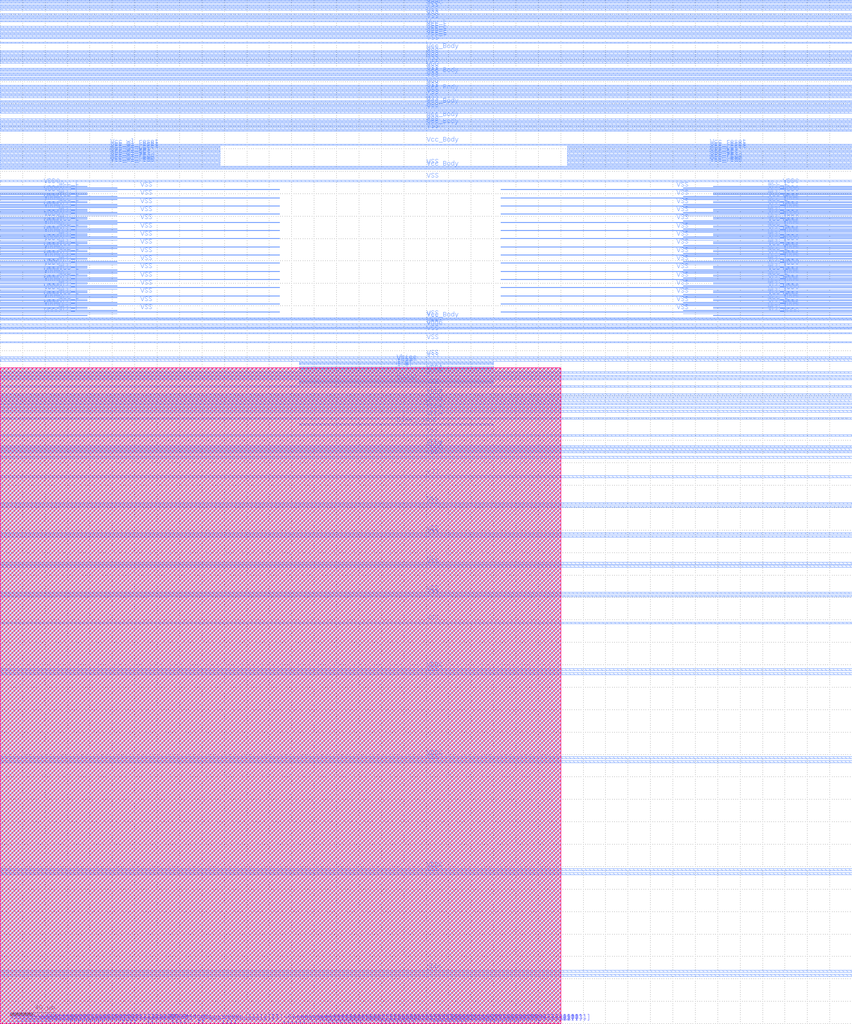
<source format=lef>
VERSION 5.7 ;
NOWIREEXTENSIONATPIN ON ;
BUSBITCHARS "[]" ;
DIVIDERCHAR "/" ;
MACRO Neuromorphic_X1_wb
  ORIGIN 0 0 ;
  FOREIGN Neuromorphic_X1_wb 0 0 ;
  SIZE 500.020 BY 584.800 ;
  SITE unithd ;
  PIN wbs_we_i
    DIRECTION INPUT ;
    USE SIGNAL ;
    PORT
      LAYER met2 ;
        RECT 146.53 0 146.83 2.91 ;
    END
  END wbs_we_i
  PIN wbs_dat_i[0]
    DIRECTION INPUT ;
    USE SIGNAL ;
    PORT
      LAYER met2 ;
        RECT 253.205 0 253.505 2.91 ;
    END
  END wbs_dat_i[0]
  PIN wbs_dat_i[31]
    DIRECTION INPUT ;
    USE SIGNAL ;
    PORT
      LAYER met2 ;
        RECT 476.405 0 476.705 2.91 ;
    END
  END wbs_dat_i[31]
  PIN wbs_dat_i[30]
    DIRECTION INPUT ;
    USE SIGNAL ;
    PORT
      LAYER met2 ;
        RECT 469.205 0 469.505 2.91 ;
    END
  END wbs_dat_i[30]
  PIN wbs_dat_i[29]
    DIRECTION INPUT ;
    USE SIGNAL ;
    PORT
      LAYER met2 ;
        RECT 462.005 0 462.305 2.91 ;
    END
  END wbs_dat_i[29]
  PIN wbs_dat_i[28]
    DIRECTION INPUT ;
    USE SIGNAL ;
    PORT
      LAYER met2 ;
        RECT 454.805 0 455.105 2.91 ;
    END
  END wbs_dat_i[28]
  PIN wbs_dat_i[27]
    DIRECTION INPUT ;
    USE SIGNAL ;
    PORT
      LAYER met2 ;
        RECT 447.605 0 447.905 2.91 ;
    END
  END wbs_dat_i[27]
  PIN wbs_dat_i[26]
    DIRECTION INPUT ;
    USE SIGNAL ;
    PORT
      LAYER met2 ;
        RECT 440.405 0 440.705 2.91 ;
    END
  END wbs_dat_i[26]
  PIN wbs_dat_i[25]
    DIRECTION INPUT ;
    USE SIGNAL ;
    PORT
      LAYER met2 ;
        RECT 433.205 0 433.505 2.91 ;
    END
  END wbs_dat_i[25]
  PIN wbs_dat_i[24]
    DIRECTION INPUT ;
    USE SIGNAL ;
    PORT
      LAYER met2 ;
        RECT 426.005 0 426.305 2.91 ;
    END
  END wbs_dat_i[24]
  PIN wbs_dat_i[23]
    DIRECTION INPUT ;
    USE SIGNAL ;
    PORT
      LAYER met2 ;
        RECT 418.805 0 419.105 2.91 ;
    END
  END wbs_dat_i[23]
  PIN wbs_dat_i[22]
    DIRECTION INPUT ;
    USE SIGNAL ;
    PORT
      LAYER met2 ;
        RECT 411.605 0 411.905 2.91 ;
    END
  END wbs_dat_i[22]
  PIN wbs_dat_i[21]
    DIRECTION INPUT ;
    USE SIGNAL ;
    PORT
      LAYER met2 ;
        RECT 404.405 0 404.705 2.91 ;
    END
  END wbs_dat_i[21]
  PIN wbs_dat_i[20]
    DIRECTION INPUT ;
    USE SIGNAL ;
    PORT
      LAYER met2 ;
        RECT 397.205 0 397.505 2.91 ;
    END
  END wbs_dat_i[20]
  PIN wbs_dat_i[19]
    DIRECTION INPUT ;
    USE SIGNAL ;
    PORT
      LAYER met2 ;
        RECT 390.005 0 390.305 2.91 ;
    END
  END wbs_dat_i[19]
  PIN wbs_dat_i[18]
    DIRECTION INPUT ;
    USE SIGNAL ;
    PORT
      LAYER met2 ;
        RECT 382.805 0 383.105 2.91 ;
    END
  END wbs_dat_i[18]
  PIN wbs_dat_i[17]
    DIRECTION INPUT ;
    USE SIGNAL ;
    PORT
      LAYER met2 ;
        RECT 375.605 0 375.905 2.91 ;
    END
  END wbs_dat_i[17]
  PIN wbs_dat_i[16]
    DIRECTION INPUT ;
    USE SIGNAL ;
    PORT
      LAYER met2 ;
        RECT 368.405 0 368.705 2.91 ;
    END
  END wbs_dat_i[16]
  PIN wbs_dat_i[15]
    DIRECTION INPUT ;
    USE SIGNAL ;
    PORT
      LAYER met2 ;
        RECT 361.205 0 361.505 2.91 ;
    END
  END wbs_dat_i[15]
  PIN wbs_dat_i[14]
    DIRECTION INPUT ;
    USE SIGNAL ;
    PORT
      LAYER met2 ;
        RECT 354.005 0 354.305 2.91 ;
    END
  END wbs_dat_i[14]
  PIN wbs_dat_i[13]
    DIRECTION INPUT ;
    USE SIGNAL ;
    PORT
      LAYER met2 ;
        RECT 346.805 0 347.105 2.91 ;
    END
  END wbs_dat_i[13]
  PIN wbs_dat_i[12]
    DIRECTION INPUT ;
    USE SIGNAL ;
    PORT
      LAYER met2 ;
        RECT 339.605 0 339.905 2.91 ;
    END
  END wbs_dat_i[12]
  PIN wbs_dat_i[11]
    DIRECTION INPUT ;
    USE SIGNAL ;
    PORT
      LAYER met2 ;
        RECT 332.405 0 332.705 2.91 ;
    END
  END wbs_dat_i[11]
  PIN wbs_dat_i[10]
    DIRECTION INPUT ;
    USE SIGNAL ;
    PORT
      LAYER met2 ;
        RECT 325.205 0 325.505 2.91 ;
    END
  END wbs_dat_i[10]
  PIN wbs_dat_i[9]
    DIRECTION INPUT ;
    USE SIGNAL ;
    PORT
      LAYER met2 ;
        RECT 318.005 0 318.305 2.91 ;
    END
  END wbs_dat_i[9]
  PIN wbs_dat_i[8]
    DIRECTION INPUT ;
    USE SIGNAL ;
    PORT
      LAYER met2 ;
        RECT 310.805 0 311.105 2.91 ;
    END
  END wbs_dat_i[8]
  PIN wbs_dat_i[7]
    DIRECTION INPUT ;
    USE SIGNAL ;
    PORT
      LAYER met2 ;
        RECT 303.605 0 303.905 2.91 ;
    END
  END wbs_dat_i[7]
  PIN wbs_dat_i[6]
    DIRECTION INPUT ;
    USE SIGNAL ;
    PORT
      LAYER met2 ;
        RECT 296.405 0 296.705 2.91 ;
    END
  END wbs_dat_i[6]
  PIN wbs_dat_i[5]
    DIRECTION INPUT ;
    USE SIGNAL ;
    PORT
      LAYER met2 ;
        RECT 289.205 0 289.505 2.91 ;
    END
  END wbs_dat_i[5]
  PIN wbs_dat_i[4]
    DIRECTION INPUT ;
    USE SIGNAL ;
    PORT
      LAYER met2 ;
        RECT 282.005 0 282.305 2.91 ;
    END
  END wbs_dat_i[4]
  PIN wbs_dat_i[3]
    DIRECTION INPUT ;
    USE SIGNAL ;
    PORT
      LAYER met2 ;
        RECT 274.805 0 275.105 2.91 ;
    END
  END wbs_dat_i[3]
  PIN wbs_dat_i[2]
    DIRECTION INPUT ;
    USE SIGNAL ;
    PORT
      LAYER met2 ;
        RECT 267.605 0 267.905 2.91 ;
    END
  END wbs_dat_i[2]
  PIN wbs_adr_i[1]
    DIRECTION INPUT ;
    USE SIGNAL ;
    PORT
      LAYER met2 ;
        RECT 11.935 0 12.235 2.91 ;
    END
  END wbs_adr_i[1]
  PIN wbs_adr_i[8]
    DIRECTION INPUT ;
    USE SIGNAL ;
    PORT
      LAYER met2 ;
        RECT 37.135 0 37.435 2.91 ;
    END
  END wbs_adr_i[8]
  PIN wbs_adr_i[2]
    DIRECTION INPUT ;
    USE SIGNAL ;
    PORT
      LAYER met2 ;
        RECT 15.535 0 15.835 2.91 ;
    END
  END wbs_adr_i[2]
  PIN wbs_adr_i[28]
    DIRECTION INPUT ;
    USE SIGNAL ;
    PORT
      LAYER met2 ;
        RECT 109.135 0 109.435 2.91 ;
    END
  END wbs_adr_i[28]
  PIN wbs_adr_i[27]
    DIRECTION INPUT ;
    USE SIGNAL ;
    PORT
      LAYER met2 ;
        RECT 105.535 0 105.835 2.91 ;
    END
  END wbs_adr_i[27]
  PIN wbs_adr_i[26]
    DIRECTION INPUT ;
    USE SIGNAL ;
    PORT
      LAYER met2 ;
        RECT 101.935 0 102.235 2.91 ;
    END
  END wbs_adr_i[26]
  PIN wbs_adr_i[25]
    DIRECTION INPUT ;
    USE SIGNAL ;
    PORT
      LAYER met2 ;
        RECT 98.335 0 98.635 2.91 ;
    END
  END wbs_adr_i[25]
  PIN wbs_adr_i[24]
    DIRECTION INPUT ;
    USE SIGNAL ;
    PORT
      LAYER met2 ;
        RECT 94.735 0 95.035 2.91 ;
    END
  END wbs_adr_i[24]
  PIN wbs_adr_i[23]
    DIRECTION INPUT ;
    USE SIGNAL ;
    PORT
      LAYER met2 ;
        RECT 91.135 0 91.435 2.91 ;
    END
  END wbs_adr_i[23]
  PIN wbs_adr_i[22]
    DIRECTION INPUT ;
    USE SIGNAL ;
    PORT
      LAYER met2 ;
        RECT 87.535 0 87.835 2.91 ;
    END
  END wbs_adr_i[22]
  PIN wbs_adr_i[21]
    DIRECTION INPUT ;
    USE SIGNAL ;
    PORT
      LAYER met2 ;
        RECT 83.935 0 84.235 2.91 ;
    END
  END wbs_adr_i[21]
  PIN wbs_adr_i[20]
    DIRECTION INPUT ;
    USE SIGNAL ;
    PORT
      LAYER met2 ;
        RECT 80.335 0 80.635 2.91 ;
    END
  END wbs_adr_i[20]
  PIN wbs_adr_i[19]
    DIRECTION INPUT ;
    USE SIGNAL ;
    PORT
      LAYER met2 ;
        RECT 76.735 0 77.035 2.91 ;
    END
  END wbs_adr_i[19]
  PIN wbs_adr_i[18]
    DIRECTION INPUT ;
    USE SIGNAL ;
    PORT
      LAYER met2 ;
        RECT 73.135 0 73.435 2.91 ;
    END
  END wbs_adr_i[18]
  PIN wbs_adr_i[17]
    DIRECTION INPUT ;
    USE SIGNAL ;
    PORT
      LAYER met2 ;
        RECT 69.535 0 69.835 2.91 ;
    END
  END wbs_adr_i[17]
  PIN wbs_adr_i[16]
    DIRECTION INPUT ;
    USE SIGNAL ;
    PORT
      LAYER met2 ;
        RECT 65.935 0 66.235 2.91 ;
    END
  END wbs_adr_i[16]
  PIN wbs_adr_i[15]
    DIRECTION INPUT ;
    USE SIGNAL ;
    PORT
      LAYER met2 ;
        RECT 62.335 0 62.635 2.91 ;
    END
  END wbs_adr_i[15]
  PIN wbs_adr_i[14]
    DIRECTION INPUT ;
    USE SIGNAL ;
    PORT
      LAYER met2 ;
        RECT 58.735 0 59.035 2.91 ;
    END
  END wbs_adr_i[14]
  PIN wbs_adr_i[13]
    DIRECTION INPUT ;
    USE SIGNAL ;
    PORT
      LAYER met2 ;
        RECT 55.135 0 55.435 2.91 ;
    END
  END wbs_adr_i[13]
  PIN wbs_adr_i[12]
    DIRECTION INPUT ;
    USE SIGNAL ;
    PORT
      LAYER met2 ;
        RECT 51.535 0 51.835 2.91 ;
    END
  END wbs_adr_i[12]
  PIN wbs_adr_i[11]
    DIRECTION INPUT ;
    USE SIGNAL ;
    PORT
      LAYER met2 ;
        RECT 47.935 0 48.235 2.91 ;
    END
  END wbs_adr_i[11]
  PIN user_clk
    DIRECTION INPUT ;
    USE SIGNAL ;
    PORT
      LAYER met2 ;
        RECT 132.13 0 132.43 2.91 ;
    END
  END user_clk
  PIN wbs_adr_i[31]
    DIRECTION INPUT ;
    USE SIGNAL ;
    PORT
      LAYER met2 ;
        RECT 119.935 0 120.235 2.91 ;
    END
  END wbs_adr_i[31]
  PIN wbs_adr_i[10]
    DIRECTION INPUT ;
    USE SIGNAL ;
    PORT
      LAYER met2 ;
        RECT 44.335 0 44.635 2.91 ;
    END
  END wbs_adr_i[10]
  PIN wbs_adr_i[7]
    DIRECTION INPUT ;
    USE SIGNAL ;
    PORT
      LAYER met2 ;
        RECT 33.535 0 33.835 2.91 ;
    END
  END wbs_adr_i[7]
  PIN wbs_adr_i[6]
    DIRECTION INPUT ;
    USE SIGNAL ;
    PORT
      LAYER met2 ;
        RECT 29.935 0 30.235 2.91 ;
    END
  END wbs_adr_i[6]
  PIN wbs_adr_i[5]
    DIRECTION INPUT ;
    USE SIGNAL ;
    PORT
      LAYER met2 ;
        RECT 26.335 0 26.635 2.91 ;
    END
  END wbs_adr_i[5]
  PIN wbs_adr_i[4]
    DIRECTION INPUT ;
    USE SIGNAL ;
    PORT
      LAYER met2 ;
        RECT 22.735 0 23.035 2.91 ;
    END
  END wbs_adr_i[4]
  PIN wbs_adr_i[3]
    DIRECTION INPUT ;
    USE SIGNAL ;
    PORT
      LAYER met2 ;
        RECT 19.135 0 19.435 2.91 ;
    END
  END wbs_adr_i[3]
  PIN wbs_adr_i[30]
    DIRECTION INPUT ;
    USE SIGNAL ;
    PORT
      LAYER met2 ;
        RECT 116.335 0 116.635 2.91 ;
    END
  END wbs_adr_i[30]
  PIN wbs_adr_i[29]
    DIRECTION INPUT ;
    USE SIGNAL ;
    PORT
      LAYER met2 ;
        RECT 112.735 0 113.035 2.91 ;
    END
  END wbs_adr_i[29]
  PIN wbs_adr_i[9]
    DIRECTION INPUT ;
    USE SIGNAL ;
    PORT
      LAYER met2 ;
        RECT 40.735 0 41.035 2.91 ;
    END
  END wbs_adr_i[9]
  PIN wbs_sel_i[3]
    DIRECTION INPUT ;
    USE SIGNAL ;
    PORT
      LAYER met2 ;
        RECT 209.54 0 209.84 2.91 ;
    END
  END wbs_sel_i[3]
  PIN wbs_sel_i[2]
    DIRECTION INPUT ;
    USE SIGNAL ;
    PORT
      LAYER met2 ;
        RECT 205.94 0 206.24 2.91 ;
    END
  END wbs_sel_i[2]
  PIN wbs_sel_i[1]
    DIRECTION INPUT ;
    USE SIGNAL ;
    PORT
      LAYER met2 ;
        RECT 202.34 0 202.64 2.91 ;
    END
  END wbs_sel_i[1]
  PIN wbs_ack_o
    DIRECTION OUTPUT ;
    USE SIGNAL ;
    PORT
      LAYER met2 ;
        RECT 177.115 0 177.415 2.91 ;
    END
  END wbs_ack_o
  PIN wbs_dat_o[9]
    DIRECTION OUTPUT ;
    USE SIGNAL ;
    PORT
      LAYER met2 ;
        RECT 321.605 0 321.905 2.91 ;
    END
  END wbs_dat_o[9]
  PIN wbs_dat_o[8]
    DIRECTION OUTPUT ;
    USE SIGNAL ;
    PORT
      LAYER met2 ;
        RECT 314.405 0 314.705 2.91 ;
    END
  END wbs_dat_o[8]
  PIN wbs_dat_o[29]
    DIRECTION OUTPUT ;
    USE SIGNAL ;
    PORT
      LAYER met2 ;
        RECT 465.605 0 465.905 2.91 ;
    END
  END wbs_dat_o[29]
  PIN wbs_dat_o[2]
    DIRECTION OUTPUT ;
    USE SIGNAL ;
    PORT
      LAYER met2 ;
        RECT 271.205 0 271.505 2.91 ;
    END
  END wbs_dat_o[2]
  PIN wbs_dat_i[1]
    DIRECTION INPUT ;
    USE SIGNAL ;
    PORT
      LAYER met2 ;
        RECT 260.405 0 260.705 2.91 ;
    END
  END wbs_dat_i[1]
  PIN wbs_dat_o[28]
    DIRECTION OUTPUT ;
    USE SIGNAL ;
    PORT
      LAYER met2 ;
        RECT 458.405 0 458.705 2.91 ;
    END
  END wbs_dat_o[28]
  PIN wbs_dat_o[27]
    DIRECTION OUTPUT ;
    USE SIGNAL ;
    PORT
      LAYER met2 ;
        RECT 451.205 0 451.505 2.91 ;
    END
  END wbs_dat_o[27]
  PIN wbs_dat_o[26]
    DIRECTION OUTPUT ;
    USE SIGNAL ;
    PORT
      LAYER met2 ;
        RECT 444.005 0 444.305 2.91 ;
    END
  END wbs_dat_o[26]
  PIN wbs_dat_o[25]
    DIRECTION OUTPUT ;
    USE SIGNAL ;
    PORT
      LAYER met2 ;
        RECT 436.805 0 437.105 2.91 ;
    END
  END wbs_dat_o[25]
  PIN wbs_dat_o[24]
    DIRECTION OUTPUT ;
    USE SIGNAL ;
    PORT
      LAYER met2 ;
        RECT 429.605 0 429.905 2.91 ;
    END
  END wbs_dat_o[24]
  PIN wbs_dat_o[23]
    DIRECTION OUTPUT ;
    USE SIGNAL ;
    PORT
      LAYER met2 ;
        RECT 422.405 0 422.705 2.91 ;
    END
  END wbs_dat_o[23]
  PIN wbs_dat_o[22]
    DIRECTION OUTPUT ;
    USE SIGNAL ;
    PORT
      LAYER met2 ;
        RECT 415.205 0 415.505 2.91 ;
    END
  END wbs_dat_o[22]
  PIN wbs_dat_o[21]
    DIRECTION OUTPUT ;
    USE SIGNAL ;
    PORT
      LAYER met2 ;
        RECT 408.005 0 408.305 2.91 ;
    END
  END wbs_dat_o[21]
  PIN wbs_dat_o[20]
    DIRECTION OUTPUT ;
    USE SIGNAL ;
    PORT
      LAYER met2 ;
        RECT 400.805 0 401.105 2.91 ;
    END
  END wbs_dat_o[20]
  PIN wbs_dat_o[19]
    DIRECTION OUTPUT ;
    USE SIGNAL ;
    PORT
      LAYER met2 ;
        RECT 393.605 0 393.905 2.91 ;
    END
  END wbs_dat_o[19]
  PIN wbs_dat_o[18]
    DIRECTION OUTPUT ;
    USE SIGNAL ;
    PORT
      LAYER met2 ;
        RECT 386.405 0 386.705 2.91 ;
    END
  END wbs_dat_o[18]
  PIN wbs_dat_o[17]
    DIRECTION OUTPUT ;
    USE SIGNAL ;
    PORT
      LAYER met2 ;
        RECT 379.205 0 379.505 2.91 ;
    END
  END wbs_dat_o[17]
  PIN wbs_dat_o[16]
    DIRECTION OUTPUT ;
    USE SIGNAL ;
    PORT
      LAYER met2 ;
        RECT 372.005 0 372.305 2.91 ;
    END
  END wbs_dat_o[16]
  PIN wbs_dat_o[15]
    DIRECTION OUTPUT ;
    USE SIGNAL ;
    PORT
      LAYER met2 ;
        RECT 364.805 0 365.105 2.91 ;
    END
  END wbs_dat_o[15]
  PIN wbs_dat_o[14]
    DIRECTION OUTPUT ;
    USE SIGNAL ;
    PORT
      LAYER met2 ;
        RECT 357.605 0 357.905 2.91 ;
    END
  END wbs_dat_o[14]
  PIN wbs_dat_o[13]
    DIRECTION OUTPUT ;
    USE SIGNAL ;
    PORT
      LAYER met2 ;
        RECT 350.405 0 350.705 2.91 ;
    END
  END wbs_dat_o[13]
  PIN wbs_dat_o[12]
    DIRECTION OUTPUT ;
    USE SIGNAL ;
    PORT
      LAYER met2 ;
        RECT 343.205 0 343.505 2.91 ;
    END
  END wbs_dat_o[12]
  PIN wbs_dat_o[11]
    DIRECTION OUTPUT ;
    USE SIGNAL ;
    PORT
      LAYER met2 ;
        RECT 336.005 0 336.305 2.91 ;
    END
  END wbs_dat_o[11]
  PIN wbs_dat_o[31]
    DIRECTION OUTPUT ;
    USE SIGNAL ;
    PORT
      LAYER met2 ;
        RECT 480.005 0 480.305 2.91 ;
    END
  END wbs_dat_o[31]
  PIN wbs_dat_o[7]
    DIRECTION OUTPUT ;
    USE SIGNAL ;
    PORT
      LAYER met2 ;
        RECT 307.205 0 307.505 2.91 ;
    END
  END wbs_dat_o[7]
  PIN wbs_dat_o[6]
    DIRECTION OUTPUT ;
    USE SIGNAL ;
    PORT
      LAYER met2 ;
        RECT 300.005 0 300.305 2.91 ;
    END
  END wbs_dat_o[6]
  PIN wbs_dat_o[5]
    DIRECTION OUTPUT ;
    USE SIGNAL ;
    PORT
      LAYER met2 ;
        RECT 292.805 0 293.105 2.91 ;
    END
  END wbs_dat_o[5]
  PIN wbs_dat_o[4]
    DIRECTION OUTPUT ;
    USE SIGNAL ;
    PORT
      LAYER met2 ;
        RECT 285.605 0 285.905 2.91 ;
    END
  END wbs_dat_o[4]
  PIN wbs_dat_o[3]
    DIRECTION OUTPUT ;
    USE SIGNAL ;
    PORT
      LAYER met2 ;
        RECT 278.405 0 278.705 2.91 ;
    END
  END wbs_dat_o[3]
  PIN wbs_dat_o[30]
    DIRECTION OUTPUT ;
    USE SIGNAL ;
    PORT
      LAYER met2 ;
        RECT 472.805 0 473.105 2.91 ;
    END
  END wbs_dat_o[30]
  PIN wbs_dat_o[1]
    DIRECTION OUTPUT ;
    USE SIGNAL ;
    PORT
      LAYER met2 ;
        RECT 264.005 0 264.305 2.91 ;
    END
  END wbs_dat_o[1]
  PIN wbs_dat_o[10]
    DIRECTION OUTPUT ;
    USE SIGNAL ;
    PORT
      LAYER met2 ;
        RECT 328.805 0 329.105 2.91 ;
    END
  END wbs_dat_o[10]
  PIN user_rst
    DIRECTION INPUT ;
    USE SIGNAL ;
    PORT
      LAYER met2 ;
        RECT 139.33 0 139.63 2.91 ;
    END
  END user_rst
  PIN wb_rst_i
    DIRECTION INPUT ;
    USE SIGNAL ;
    PORT
      LAYER met2 ;
        RECT 142.93 0 143.23 2.91 ;
    END
  END wb_rst_i
  PIN wb_clk_i
    DIRECTION INPUT ;
    USE SIGNAL ;
    PORT
      LAYER met2 ;
        RECT 135.73 0 136.03 2.91 ;
    END
  END wb_clk_i
  PIN wbs_sel_i[0]
    DIRECTION INPUT ;
    USE SIGNAL ;
    PORT
      LAYER met2 ;
        RECT 198.74 0 199.04 2.91 ;
    END
  END wbs_sel_i[0]
  PIN wbs_dat_o[0]
    DIRECTION OUTPUT ;
    USE SIGNAL ;
    PORT
      LAYER met2 ;
        RECT 256.805 0 257.105 2.91 ;
    END
  END wbs_dat_o[0]
  PIN TM
    DIRECTION INPUT ;
    USE SIGNAL ;
    PORT
      LAYER met2 ;
        RECT 160.93 0 161.23 2.91 ;
    END
  END TM
  PIN wbs_stb_i
    DIRECTION INPUT ;
    USE SIGNAL ;
    PORT
      LAYER met2 ;
        RECT 164.53 0 164.83 2.91 ;
    END
  END wbs_stb_i
  PIN ScanInCC
    DIRECTION INPUT ;
    USE SIGNAL ;
    PORT
      LAYER met2 ;
        RECT 150.13 0 150.43 2.91 ;
    END
  END ScanInCC
  PIN ScanInDL
    DIRECTION INPUT ;
    USE SIGNAL ;
    PORT
      LAYER met2 ;
        RECT 153.73 0 154.03 2.91 ;
    END
  END ScanInDL
  PIN ScanInDR
    DIRECTION INPUT ;
    USE SIGNAL ;
    PORT
      LAYER met2 ;
        RECT 157.33 0 157.63 2.91 ;
    END
  END ScanInDR
  PIN ScanOutCC
    DIRECTION OUTPUT ;
    USE SIGNAL ;
    PORT
      LAYER met2 ;
        RECT 180.715 0 181.015 2.91 ;
    END
  END ScanOutCC
  PIN Iref
    DIRECTION INPUT ;
    USE SIGNAL ;
    PORT
      LAYER met3 ;
        RECT 266.84 582.75 440.155 584.05 ;
    END
    PORT
      LAYER met3 ;
        RECT 266.84 584.55 440.155 585.85 ;
    END
  END Iref
  PIN Vbias
    DIRECTION INPUT ;
    USE SIGNAL ;
    PORT
      LAYER met3 ;
        RECT 266.84 589.275 440.155 590.405 ;
    END
    PORT
      LAYER met3 ;
        RECT 266.84 587.645 440.155 588.775 ;
    END
  END Vbias
  PIN Vcomp
    DIRECTION INPUT ;
    USE SIGNAL ;
    PORT
      LAYER met3 ;
        RECT 266.84 570.605 440.155 571.735 ;
    END
    PORT
      LAYER met3 ;
        RECT 266.84 572.235 440.155 573.365 ;
    END
  END Vcomp
  PIN Bias_comp2
    DIRECTION INPUT ;
    USE SIGNAL ;
    PORT
      LAYER met3 ;
        RECT 266.84 533.58 440.155 534.71 ;
    END
  END Bias_comp2
  PIN Vcc_L
    DIRECTION INPUT ;
    USE SIGNAL ;
    PORT
      LAYER met3 ;
        RECT 609.385 744.76 760 745.1 ;
    END
    PORT
      LAYER met3 ;
        RECT 609.385 742.04 760 742.38 ;
    END
    PORT
      LAYER met3 ;
        RECT 609.385 737.48 760 737.82 ;
    END
    PORT
      LAYER met3 ;
        RECT 609.385 734.76 760 735.1 ;
    END
    PORT
      LAYER met3 ;
        RECT 609.385 730.2 760 730.54 ;
    END
    PORT
      LAYER met3 ;
        RECT 609.385 727.48 760 727.82 ;
    END
    PORT
      LAYER met3 ;
        RECT 609.385 722.92 760 723.26 ;
    END
    PORT
      LAYER met3 ;
        RECT 609.385 720.2 760 720.54 ;
    END
    PORT
      LAYER met3 ;
        RECT 609.385 715.64 760 715.98 ;
    END
    PORT
      LAYER met3 ;
        RECT 609.385 712.92 760 713.26 ;
    END
    PORT
      LAYER met3 ;
        RECT 609.385 708.36 760 708.7 ;
    END
    PORT
      LAYER met3 ;
        RECT 609.385 705.64 760 705.98 ;
    END
    PORT
      LAYER met3 ;
        RECT 609.385 701.08 760 701.42 ;
    END
    PORT
      LAYER met3 ;
        RECT 609.385 698.36 760 698.7 ;
    END
    PORT
      LAYER met3 ;
        RECT 609.385 693.8 760 694.14 ;
    END
    PORT
      LAYER met3 ;
        RECT 609.385 691.08 760 691.42 ;
    END
    PORT
      LAYER met3 ;
        RECT 609.385 686.52 760 686.86 ;
    END
    PORT
      LAYER met3 ;
        RECT 609.385 683.8 760 684.14 ;
    END
    PORT
      LAYER met3 ;
        RECT 609.385 679.24 760 679.58 ;
    END
    PORT
      LAYER met3 ;
        RECT 609.385 676.52 760 676.86 ;
    END
    PORT
      LAYER met3 ;
        RECT 609.385 671.96 760 672.3 ;
    END
    PORT
      LAYER met3 ;
        RECT 609.385 669.24 760 669.58 ;
    END
    PORT
      LAYER met3 ;
        RECT 609.385 664.68 760 665.02 ;
    END
    PORT
      LAYER met3 ;
        RECT 609.385 661.96 760 662.3 ;
    END
    PORT
      LAYER met3 ;
        RECT 609.385 657.4 760 657.74 ;
    END
    PORT
      LAYER met3 ;
        RECT 609.385 654.68 760 655.02 ;
    END
    PORT
      LAYER met3 ;
        RECT 609.385 650.12 760 650.46 ;
    END
    PORT
      LAYER met3 ;
        RECT 609.385 647.4 760 647.74 ;
    END
    PORT
      LAYER met3 ;
        RECT 609.385 642.84 760 643.18 ;
    END
    PORT
      LAYER met3 ;
        RECT 609.385 640.12 760 640.46 ;
    END
    PORT
      LAYER met3 ;
        RECT 609.385 635.56 760 635.9 ;
    END
    PORT
      LAYER met3 ;
        RECT 609.385 632.84 760 633.18 ;
    END
    PORT
      LAYER met3 ;
        RECT 0 744.76 104.42 745.1 ;
    END
    PORT
      LAYER met3 ;
        RECT 0 742.04 104.42 742.38 ;
    END
    PORT
      LAYER met3 ;
        RECT 0 737.48 104.42 737.82 ;
    END
    PORT
      LAYER met3 ;
        RECT 0 734.76 104.42 735.1 ;
    END
    PORT
      LAYER met3 ;
        RECT 0 730.2 104.42 730.54 ;
    END
    PORT
      LAYER met3 ;
        RECT 0 727.48 104.42 727.82 ;
    END
    PORT
      LAYER met3 ;
        RECT 0 722.92 104.42 723.26 ;
    END
    PORT
      LAYER met3 ;
        RECT 0 720.2 104.42 720.54 ;
    END
    PORT
      LAYER met3 ;
        RECT 0 715.64 104.42 715.98 ;
    END
    PORT
      LAYER met3 ;
        RECT 0 712.92 104.42 713.26 ;
    END
    PORT
      LAYER met3 ;
        RECT 0 708.36 104.42 708.7 ;
    END
    PORT
      LAYER met3 ;
        RECT 0 705.64 104.42 705.98 ;
    END
    PORT
      LAYER met3 ;
        RECT 0 701.08 104.42 701.42 ;
    END
    PORT
      LAYER met3 ;
        RECT 0 698.36 104.42 698.7 ;
    END
    PORT
      LAYER met3 ;
        RECT 0 693.8 104.42 694.14 ;
    END
    PORT
      LAYER met3 ;
        RECT 0 691.08 104.42 691.42 ;
    END
    PORT
      LAYER met3 ;
        RECT 0 686.52 104.42 686.86 ;
    END
    PORT
      LAYER met3 ;
        RECT 0 683.8 104.42 684.14 ;
    END
    PORT
      LAYER met3 ;
        RECT 0 679.24 104.42 679.58 ;
    END
    PORT
      LAYER met3 ;
        RECT 0 676.52 104.42 676.86 ;
    END
    PORT
      LAYER met3 ;
        RECT 0 671.96 104.42 672.3 ;
    END
    PORT
      LAYER met3 ;
        RECT 0 669.24 104.42 669.58 ;
    END
    PORT
      LAYER met3 ;
        RECT 0 664.68 104.42 665.02 ;
    END
    PORT
      LAYER met3 ;
        RECT 0 661.96 104.42 662.3 ;
    END
    PORT
      LAYER met3 ;
        RECT 0 657.4 104.42 657.74 ;
    END
    PORT
      LAYER met3 ;
        RECT 0 654.68 104.42 655.02 ;
    END
    PORT
      LAYER met3 ;
        RECT 0 650.12 104.42 650.46 ;
    END
    PORT
      LAYER met3 ;
        RECT 0 647.4 104.42 647.74 ;
    END
    PORT
      LAYER met3 ;
        RECT 0 642.84 104.42 643.18 ;
    END
    PORT
      LAYER met3 ;
        RECT 0 640.12 104.42 640.46 ;
    END
    PORT
      LAYER met3 ;
        RECT 0 635.56 104.42 635.9 ;
    END
    PORT
      LAYER met3 ;
        RECT 0 632.84 104.42 633.18 ;
    END
    PORT
      LAYER met3 ;
        RECT 0 878.055 760 879.055 ;
    END
    PORT
      LAYER met3 ;
        RECT 0 880.055 760 881.055 ;
    END
    PORT
      LAYER met3 ;
        RECT 0 882.055 760 883.055 ;
    END
    PORT
      LAYER met3 ;
        RECT 0 884.055 760 885.055 ;
    END
    PORT
      LAYER met3 ;
        RECT 0 886.055 760 887.055 ;
    END
    PORT
      LAYER met3 ;
        RECT 0 888.055 760 889.055 ;
    END
  END Vcc_L
  PIN Vcc_Body
    DIRECTION INPUT ;
    USE SIGNAL ;
    PORT
      LAYER met3 ;
        RECT 0 627.04 760 628.04 ;
    END
    PORT
      LAYER met3 ;
        RECT 0 761.895 760 762.895 ;
    END
    PORT
      LAYER met3 ;
        RECT 0 783.15 760 784.15 ;
    END
    PORT
      LAYER met3 ;
        RECT 0 799.665 760 800.665 ;
    END
    PORT
      LAYER met3 ;
        RECT 0 805.665 760 806.665 ;
    END
    PORT
      LAYER met3 ;
        RECT 0 817.89 760 818.89 ;
    END
    PORT
      LAYER met3 ;
        RECT 0 829.72 760 830.72 ;
    END
    PORT
      LAYER met3 ;
        RECT 0 844.935 760 845.935 ;
    END
    PORT
      LAYER met3 ;
        RECT 0 866.43 760 867.43 ;
    END
  END Vcc_Body
  PIN Vcc_reset
    DIRECTION INPUT ;
    USE SIGNAL ;
    PORT
      LAYER met3 ;
        RECT 505.84 781.29 760 782.29 ;
    END
    PORT
      LAYER met3 ;
        RECT 505.84 779.29 760 780.29 ;
    END
    PORT
      LAYER met3 ;
        RECT 505.84 777.29 760 778.29 ;
    END
  END Vcc_reset
  PIN Vcc_set
    DIRECTION INPUT ;
    USE SIGNAL ;
    PORT
      LAYER met3 ;
        RECT 505.84 775.29 760 776.29 ;
    END
    PORT
      LAYER met3 ;
        RECT 505.84 773.29 760 774.29 ;
    END
    PORT
      LAYER met3 ;
        RECT 505.84 771.29 760 772.29 ;
    END
  END Vcc_set
  PIN Vcc_wl_reset
    DIRECTION INPUT ;
    USE SIGNAL ;
    PORT
      LAYER met3 ;
        RECT 0 781.29 196.06 782.29 ;
    END
    PORT
      LAYER met3 ;
        RECT 0 779.29 196.06 780.29 ;
    END
    PORT
      LAYER met3 ;
        RECT 0 777.29 196.06 778.29 ;
    END
  END Vcc_wl_reset
  PIN Vcc_wl_set
    DIRECTION INPUT ;
    USE SIGNAL ;
    PORT
      LAYER met3 ;
        RECT 0 775.29 196.06 776.29 ;
    END
    PORT
      LAYER met3 ;
        RECT 0 773.29 196.06 774.29 ;
    END
    PORT
      LAYER met3 ;
        RECT 0 771.29 196.06 772.29 ;
    END
  END Vcc_wl_set
  PIN Vcc_wl_read
    DIRECTION INPUT ;
    USE SIGNAL ;
    PORT
      LAYER met3 ;
        RECT 0 769.29 196.06 770.29 ;
    END
    PORT
      LAYER met3 ;
        RECT 0 767.29 196.06 768.29 ;
    END
    PORT
      LAYER met3 ;
        RECT 0 765.29 196.06 766.29 ;
    END
  END Vcc_wl_read
  PIN Vcc_read
    DIRECTION INPUT ;
    USE SIGNAL ;
    PORT
      LAYER met3 ;
        RECT 505.84 769.29 760 770.29 ;
    END
    PORT
      LAYER met3 ;
        RECT 505.84 767.29 760 768.29 ;
    END
    PORT
      LAYER met3 ;
        RECT 505.84 765.29 760 766.29 ;
    END
  END Vcc_read
  PIN VSS
    DIRECTION INOUT ;
    USE GROUND ;
    PORT
      LAYER met3 ;
        RECT 0 750.855 760 751.855 ;
    END
    PORT
      LAYER met3 ;
        RECT 0 628.495 760 629.495 ;
    END
    PORT
      LAYER met3 ;
        RECT 446.595 692.44 760 692.78 ;
    END
    PORT
      LAYER met3 ;
        RECT 446.595 699.72 760 700.06 ;
    END
    PORT
      LAYER met3 ;
        RECT 446.595 707 760 707.34 ;
    END
    PORT
      LAYER met3 ;
        RECT 446.595 714.28 760 714.62 ;
    END
    PORT
      LAYER met3 ;
        RECT 446.595 721.56 760 721.9 ;
    END
    PORT
      LAYER met3 ;
        RECT 446.595 728.84 760 729.18 ;
    END
    PORT
      LAYER met3 ;
        RECT 446.595 736.12 760 736.46 ;
    END
    PORT
      LAYER met3 ;
        RECT 446.595 743.4 760 743.74 ;
    END
    PORT
      LAYER met3 ;
        RECT 446.595 634.2 760 634.54 ;
    END
    PORT
      LAYER met3 ;
        RECT 446.595 641.48 760 641.82 ;
    END
    PORT
      LAYER met3 ;
        RECT 446.595 648.76 760 649.1 ;
    END
    PORT
      LAYER met3 ;
        RECT 446.595 656.04 760 656.38 ;
    END
    PORT
      LAYER met3 ;
        RECT 446.595 663.32 760 663.66 ;
    END
    PORT
      LAYER met3 ;
        RECT 446.595 670.6 760 670.94 ;
    END
    PORT
      LAYER met3 ;
        RECT 446.595 677.88 760 678.22 ;
    END
    PORT
      LAYER met3 ;
        RECT 446.595 685.16 760 685.5 ;
    END
    PORT
      LAYER met3 ;
        RECT 0 692.44 249.21 692.78 ;
    END
    PORT
      LAYER met3 ;
        RECT 0 699.72 249.21 700.06 ;
    END
    PORT
      LAYER met3 ;
        RECT 0 707 249.21 707.34 ;
    END
    PORT
      LAYER met3 ;
        RECT 0 714.28 249.21 714.62 ;
    END
    PORT
      LAYER met3 ;
        RECT 0 721.56 249.21 721.9 ;
    END
    PORT
      LAYER met3 ;
        RECT 0 728.84 249.21 729.18 ;
    END
    PORT
      LAYER met3 ;
        RECT 0 736.12 249.21 736.46 ;
    END
    PORT
      LAYER met3 ;
        RECT 0 743.4 249.21 743.74 ;
    END
    PORT
      LAYER met3 ;
        RECT 0 548.7 760 550.2 ;
    END
    PORT
      LAYER met3 ;
        RECT 0 42.27 760 44.07 ;
    END
    PORT
      LAYER met3 ;
        RECT 0 132.645 760 134.445 ;
    END
    PORT
      LAYER met3 ;
        RECT 0 232.645 760 234.445 ;
    END
    PORT
      LAYER met3 ;
        RECT 0 310.935 760 312.735 ;
    END
    PORT
      LAYER met3 ;
        RECT 0 356.65 760 358.15 ;
    END
    PORT
      LAYER met3 ;
        RECT 0 380.53 760 382.03 ;
    END
    PORT
      LAYER met3 ;
        RECT 0 383.23 760 384.73 ;
    END
    PORT
      LAYER met3 ;
        RECT 0 407.11 760 408.61 ;
    END
    PORT
      LAYER met3 ;
        RECT 0 409.81 760 411.31 ;
    END
    PORT
      LAYER met3 ;
        RECT 0 433.69 760 435.19 ;
    END
    PORT
      LAYER met3 ;
        RECT 0 436.39 760 437.89 ;
    END
    PORT
      LAYER met3 ;
        RECT 0 460.27 760 461.77 ;
    END
    PORT
      LAYER met3 ;
        RECT 0 462.97 760 464.47 ;
    END
    PORT
      LAYER met3 ;
        RECT 0 486.85 760 488.35 ;
    END
    PORT
      LAYER met3 ;
        RECT 0 523.635 760 525.135 ;
    END
    PORT
      LAYER met3 ;
        RECT 0 554.58 760 556.08 ;
    END
    PORT
      LAYER met3 ;
        RECT 0 567.315 760 568.815 ;
    END
    PORT
      LAYER met3 ;
        RECT 0 574.005 760 575.505 ;
    END
    PORT
      LAYER met3 ;
        RECT 0 590.8 760 592.3 ;
    END
    PORT
      LAYER met3 ;
        RECT 0 593.1 760 594.6 ;
    END
    PORT
      LAYER met3 ;
        RECT 0 606.925 760 607.925 ;
    END
    PORT
      LAYER met3 ;
        RECT 0 614.925 760 615.925 ;
    END
    PORT
      LAYER met3 ;
        RECT 0 622.925 760 623.925 ;
    END
    PORT
      LAYER met3 ;
        RECT 0 634.2 249.21 634.54 ;
    END
    PORT
      LAYER met3 ;
        RECT 0 641.48 249.21 641.82 ;
    END
    PORT
      LAYER met3 ;
        RECT 0 648.76 249.21 649.1 ;
    END
    PORT
      LAYER met3 ;
        RECT 0 656.04 249.21 656.38 ;
    END
    PORT
      LAYER met3 ;
        RECT 0 663.32 249.21 663.66 ;
    END
    PORT
      LAYER met3 ;
        RECT 0 670.6 249.21 670.94 ;
    END
    PORT
      LAYER met3 ;
        RECT 0 677.88 249.21 678.22 ;
    END
    PORT
      LAYER met3 ;
        RECT 0 685.16 249.21 685.5 ;
    END
    PORT
      LAYER met3 ;
        RECT 0 763.435 760 764.435 ;
    END
    PORT
      LAYER met3 ;
        RECT 0 801.665 760 802.665 ;
    END
    PORT
      LAYER met3 ;
        RECT 0 803.665 760 804.665 ;
    END
    PORT
      LAYER met3 ;
        RECT 0 795.665 760 796.665 ;
    END
    PORT
      LAYER met3 ;
        RECT 0 797.665 760 798.665 ;
    END
    PORT
      LAYER met3 ;
        RECT 0 811.89 760 812.89 ;
    END
    PORT
      LAYER met3 ;
        RECT 0 813.89 760 814.89 ;
    END
    PORT
      LAYER met3 ;
        RECT 0 815.89 760 816.89 ;
    END
    PORT
      LAYER met3 ;
        RECT 0 819.89 760 820.89 ;
    END
    PORT
      LAYER met3 ;
        RECT 0 821.89 760 822.89 ;
    END
    PORT
      LAYER met3 ;
        RECT 0 825.72 760 826.72 ;
    END
    PORT
      LAYER met3 ;
        RECT 0 827.72 760 828.72 ;
    END
    PORT
      LAYER met3 ;
        RECT 0 831.72 760 832.72 ;
    END
    PORT
      LAYER met3 ;
        RECT 0 833.72 760 834.72 ;
    END
    PORT
      LAYER met3 ;
        RECT 0 835.72 760 836.72 ;
    END
    PORT
      LAYER met3 ;
        RECT 0 840.935 760 841.935 ;
    END
    PORT
      LAYER met3 ;
        RECT 0 842.935 760 843.935 ;
    END
    PORT
      LAYER met3 ;
        RECT 0 846.935 760 847.935 ;
    END
    PORT
      LAYER met3 ;
        RECT 0 848.935 760 849.935 ;
    END
    PORT
      LAYER met3 ;
        RECT 0 850.935 760 851.935 ;
    END
    PORT
      LAYER met3 ;
        RECT 0 856.43 760 857.43 ;
    END
    PORT
      LAYER met3 ;
        RECT 0 858.43 760 859.43 ;
    END
    PORT
      LAYER met3 ;
        RECT 0 860.43 760 861.43 ;
    END
    PORT
      LAYER met3 ;
        RECT 0 862.43 760 863.43 ;
    END
    PORT
      LAYER met3 ;
        RECT 0 864.43 760 865.43 ;
    END
    PORT
      LAYER met3 ;
        RECT 0 873.975 760 874.975 ;
    END
    PORT
      LAYER met3 ;
        RECT 0 893.29 760 894.29 ;
    END
    PORT
      LAYER met3 ;
        RECT 0 895.29 760 896.29 ;
    END
    PORT
      LAYER met3 ;
        RECT 0 897.29 760 898.29 ;
    END
    PORT
      LAYER met3 ;
        RECT 0 899.29 760 900.29 ;
    END
    PORT
      LAYER met3 ;
        RECT 0 903.655 760 904.655 ;
    END
    PORT
      LAYER met3 ;
        RECT 0 907.655 760 908.655 ;
    END
  END VSS
  PIN VDDC
    DIRECTION INOUT ;
    USE POWER ;
    PORT
      LAYER met3 ;
        RECT 636.045 746.4 760 746.74 ;
    END
    PORT
      LAYER met3 ;
        RECT 636.045 740.4 760 740.74 ;
    END
    PORT
      LAYER met3 ;
        RECT 636.045 739.12 760 739.46 ;
    END
    PORT
      LAYER met3 ;
        RECT 636.045 733.12 760 733.46 ;
    END
    PORT
      LAYER met3 ;
        RECT 636.045 731.84 760 732.18 ;
    END
    PORT
      LAYER met3 ;
        RECT 636.045 725.84 760 726.18 ;
    END
    PORT
      LAYER met3 ;
        RECT 636.045 724.56 760 724.9 ;
    END
    PORT
      LAYER met3 ;
        RECT 636.045 718.56 760 718.9 ;
    END
    PORT
      LAYER met3 ;
        RECT 636.045 717.28 760 717.62 ;
    END
    PORT
      LAYER met3 ;
        RECT 636.045 711.28 760 711.62 ;
    END
    PORT
      LAYER met3 ;
        RECT 636.045 710 760 710.34 ;
    END
    PORT
      LAYER met3 ;
        RECT 636.045 704 760 704.34 ;
    END
    PORT
      LAYER met3 ;
        RECT 636.045 702.72 760 703.06 ;
    END
    PORT
      LAYER met3 ;
        RECT 636.045 696.72 760 697.06 ;
    END
    PORT
      LAYER met3 ;
        RECT 636.045 695.44 760 695.78 ;
    END
    PORT
      LAYER met3 ;
        RECT 636.045 689.44 760 689.78 ;
    END
    PORT
      LAYER met3 ;
        RECT 636.045 688.16 760 688.5 ;
    END
    PORT
      LAYER met3 ;
        RECT 636.045 682.16 760 682.5 ;
    END
    PORT
      LAYER met3 ;
        RECT 636.045 680.88 760 681.22 ;
    END
    PORT
      LAYER met3 ;
        RECT 636.045 674.88 760 675.22 ;
    END
    PORT
      LAYER met3 ;
        RECT 636.045 673.6 760 673.94 ;
    END
    PORT
      LAYER met3 ;
        RECT 636.045 667.6 760 667.94 ;
    END
    PORT
      LAYER met3 ;
        RECT 636.045 666.32 760 666.66 ;
    END
    PORT
      LAYER met3 ;
        RECT 636.045 660.32 760 660.66 ;
    END
    PORT
      LAYER met3 ;
        RECT 636.045 659.04 760 659.38 ;
    END
    PORT
      LAYER met3 ;
        RECT 636.045 653.04 760 653.38 ;
    END
    PORT
      LAYER met3 ;
        RECT 636.045 651.76 760 652.1 ;
    END
    PORT
      LAYER met3 ;
        RECT 636.045 645.76 760 646.1 ;
    END
    PORT
      LAYER met3 ;
        RECT 636.045 644.48 760 644.82 ;
    END
    PORT
      LAYER met3 ;
        RECT 636.045 638.48 760 638.82 ;
    END
    PORT
      LAYER met3 ;
        RECT 636.045 637.2 760 637.54 ;
    END
    PORT
      LAYER met3 ;
        RECT 636.045 631.2 760 631.54 ;
    END
    PORT
      LAYER met3 ;
        RECT 0 746.4 77.76 746.74 ;
    END
    PORT
      LAYER met3 ;
        RECT 0 740.4 77.76 740.74 ;
    END
    PORT
      LAYER met3 ;
        RECT 0 739.12 77.76 739.46 ;
    END
    PORT
      LAYER met3 ;
        RECT 0 733.12 77.76 733.46 ;
    END
    PORT
      LAYER met3 ;
        RECT 0 731.84 77.76 732.18 ;
    END
    PORT
      LAYER met3 ;
        RECT 0 725.84 77.76 726.18 ;
    END
    PORT
      LAYER met3 ;
        RECT 0 724.56 77.76 724.9 ;
    END
    PORT
      LAYER met3 ;
        RECT 0 718.56 77.76 718.9 ;
    END
    PORT
      LAYER met3 ;
        RECT 0 717.28 77.76 717.62 ;
    END
    PORT
      LAYER met3 ;
        RECT 0 711.28 77.76 711.62 ;
    END
    PORT
      LAYER met3 ;
        RECT 0 710 77.76 710.34 ;
    END
    PORT
      LAYER met3 ;
        RECT 0 704 77.76 704.34 ;
    END
    PORT
      LAYER met3 ;
        RECT 0 702.72 77.76 703.06 ;
    END
    PORT
      LAYER met3 ;
        RECT 0 696.72 77.76 697.06 ;
    END
    PORT
      LAYER met3 ;
        RECT 0 695.44 77.76 695.78 ;
    END
    PORT
      LAYER met3 ;
        RECT 0 689.44 77.76 689.78 ;
    END
    PORT
      LAYER met3 ;
        RECT 0 620.425 760 621.425 ;
    END
    PORT
      LAYER met3 ;
        RECT 0 618.925 760 619.925 ;
    END
    PORT
      LAYER met3 ;
        RECT 0 911.655 760 912.655 ;
    END
    PORT
      LAYER met3 ;
        RECT 0 909.655 760 910.655 ;
    END
    PORT
      LAYER met3 ;
        RECT 0 905.655 760 906.655 ;
    END
    PORT
      LAYER met3 ;
        RECT 0 688.16 77.76 688.5 ;
    END
    PORT
      LAYER met3 ;
        RECT 0 682.16 77.76 682.5 ;
    END
    PORT
      LAYER met3 ;
        RECT 0 680.88 77.76 681.22 ;
    END
    PORT
      LAYER met3 ;
        RECT 0 674.88 77.76 675.22 ;
    END
    PORT
      LAYER met3 ;
        RECT 0 673.6 77.76 673.94 ;
    END
    PORT
      LAYER met3 ;
        RECT 0 667.6 77.76 667.94 ;
    END
    PORT
      LAYER met3 ;
        RECT 0 666.32 77.76 666.66 ;
    END
    PORT
      LAYER met3 ;
        RECT 0 660.32 77.76 660.66 ;
    END
    PORT
      LAYER met3 ;
        RECT 0 659.04 77.76 659.38 ;
    END
    PORT
      LAYER met3 ;
        RECT 0 653.04 77.76 653.38 ;
    END
    PORT
      LAYER met3 ;
        RECT 0 651.76 77.76 652.1 ;
    END
    PORT
      LAYER met3 ;
        RECT 0 645.76 77.76 646.1 ;
    END
    PORT
      LAYER met3 ;
        RECT 0 644.48 77.76 644.82 ;
    END
    PORT
      LAYER met3 ;
        RECT 0 638.48 77.76 638.82 ;
    END
    PORT
      LAYER met3 ;
        RECT 0 637.2 77.76 637.54 ;
    END
    PORT
      LAYER met3 ;
        RECT 0 631.2 77.76 631.54 ;
    END
    PORT
      LAYER met3 ;
        RECT 0 314.535 760 316.335 ;
    END
    PORT
      LAYER met3 ;
        RECT 0 236.245 760 238.045 ;
    END
    PORT
      LAYER met3 ;
        RECT 0 136.245 760 138.045 ;
    END
    PORT
      LAYER met3 ;
        RECT 0 45.87 760 47.67 ;
    END
  END VDDC
  PIN VDDA
    DIRECTION INOUT ;
    USE POWER ;
    PORT
      LAYER met3 ;
        RECT 0 504.36 760 505.86 ;
    END
    PORT
      LAYER met3 ;
        RECT 0 508.86 760 510.36 ;
    END
    PORT
      LAYER met3 ;
        RECT 0 511.36 760 512.86 ;
    END
    PORT
      LAYER met3 ;
        RECT 0 513.86 760 515.36 ;
    END
    PORT
      LAYER met3 ;
        RECT 0 538.77 760 540.27 ;
    END
    PORT
      LAYER met3 ;
        RECT 0 545.235 760 546.735 ;
    END
    PORT
      LAYER met3 ;
        RECT 0 551.695 760 553.195 ;
    END
    PORT
      LAYER met3 ;
        RECT 0 557.6 760 559.1 ;
    END
    PORT
      LAYER met3 ;
        RECT 0 560.21 760 561.71 ;
    END
    PORT
      LAYER met3 ;
        RECT 0 576.83 760 578.33 ;
    END
    PORT
      LAYER met3 ;
        RECT 0 579.83 760 581.33 ;
    END
  END VDDA
  PIN wbs_cyc_i
    DIRECTION INPUT ;
    USE SIGNAL ;
    PORT
      LAYER met2 ;
        RECT 167.96 0 168.26 2.91 ;
    END
  END wbs_cyc_i
  PIN wbs_adr_i[0]
    DIRECTION INPUT ;
    USE SIGNAL ;
    PORT
      LAYER met2 ;
        RECT 8.335 0 8.635 2.91 ;
    END
  END wbs_adr_i[0]
  OBS
    LAYER li1 ;  RECT 0 0 500.020 584.800 ;
    LAYER met1 ; RECT 0 0 500.020 584.800 ;
    LAYER via1 ; RECT 0 0 500.020 584.800 ;
    LAYER met2 ; RECT 0 0 500.020 584.800 ;
    LAYER via2 ; RECT 0 0 500.020 584.800 ;
    LAYER met3 ; RECT 0 0 500.020 584.800 ;
  END
END Neuromorphic_X1_wb

END LIBRARY

</source>
